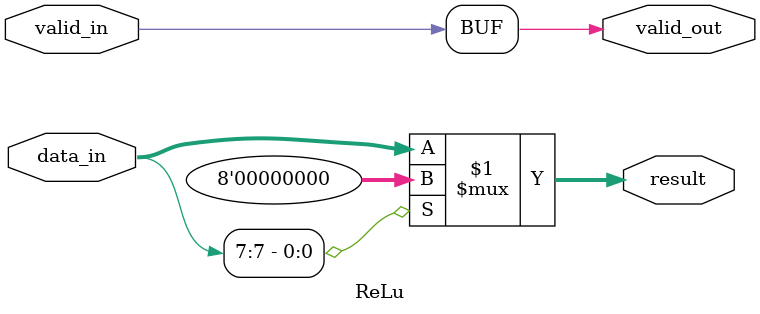
<source format=v>
module ReLu (
    input [7:0] data_in,   
	input valid_in,
	
	output valid_out,

    output [7:0] result
);
	
	assign valid_out = valid_in;
	assign result = (data_in[7]) ? 8'h00 : data_in;

endmodule

</source>
